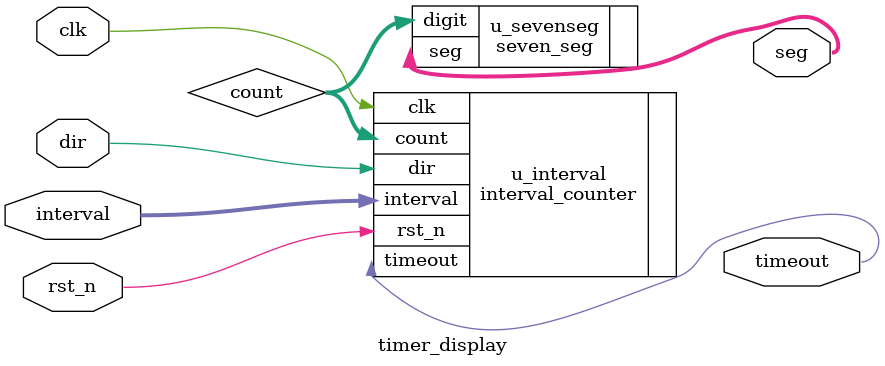
<source format=v>
`default_nettype none

module timer_display #(
    parameter integer CLOCK_FREQ = 50_000   // your master clock, Hz
)(
    input  wire       clk,        // master clock
    input  wire       rst_n,      // active‐low synchronous reset
    input  wire [2:0] interval,   // how many seconds to count (0…7)
    input  wire       dir,        // 1 = count up, 0 = count down
    output wire [6:0] seg,        // 7-segment segments {a,b,c,d,e,f,g}
    output wire       timeout     // 1-cycle pulse on terminal count
);

  // hook up our new counter
  wire [2:0] count;
  interval_counter #(
    .CLOCK_FREQ(CLOCK_FREQ)
  ) u_interval (
    .clk      (clk),
    .rst_n    (rst_n),
    .interval (interval),
    .dir      (dir),
    .count    (count),
    .timeout  (timeout)
  );

  // decode that 3-bit count onto one 7-segment
  seven_seg u_sevenseg (
    .digit(count),
    .seg  (seg)
  );

endmodule


</source>
